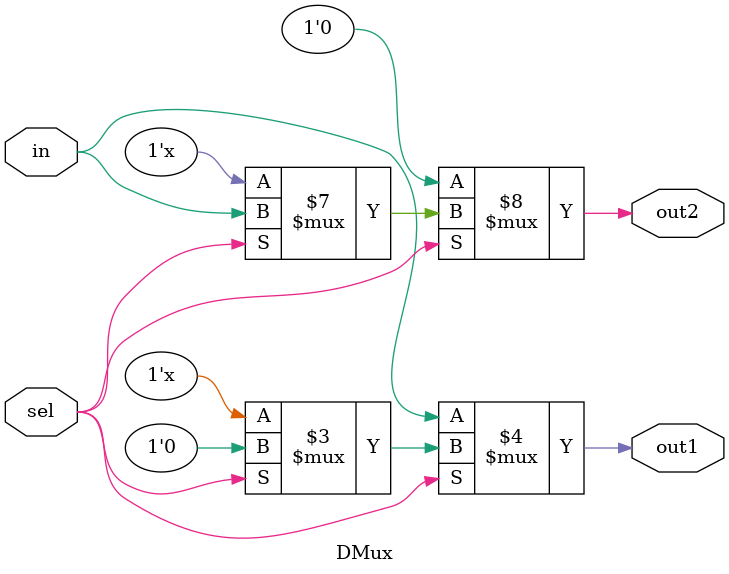
<source format=v>
module DMux (
	input in, sel,
	output out1, out2
);
	//assign out1
	assign out1 = (sel == 1'b0) ? in :
				  (sel == 1'b1) ? 1'b0 : 1'bx;
	//assign out2
	assign out2 = (sel == 1'b0) ? 1'b0 :
				  (sel == 1'b1) ? in : 1'bx;

endmodule

</source>
